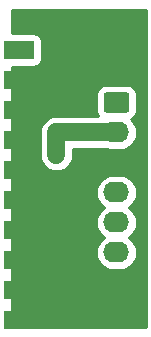
<source format=gbr>
%TF.GenerationSoftware,KiCad,Pcbnew,5.1.8-db9833491~87~ubuntu18.04.1*%
%TF.CreationDate,2020-11-28T12:04:11+00:00*%
%TF.ProjectId,JLink_6Pin_SWD_Adaptor,4a4c696e-6b5f-4365-9069-6e5f5357445f,rev?*%
%TF.SameCoordinates,Original*%
%TF.FileFunction,Copper,L2,Bot*%
%TF.FilePolarity,Positive*%
%FSLAX46Y46*%
G04 Gerber Fmt 4.6, Leading zero omitted, Abs format (unit mm)*
G04 Created by KiCad (PCBNEW 5.1.8-db9833491~87~ubuntu18.04.1) date 2020-11-28 12:04:11*
%MOMM*%
%LPD*%
G01*
G04 APERTURE LIST*
%TA.AperFunction,SMDPad,CuDef*%
%ADD10R,2.600000X1.524000*%
%TD*%
%TA.AperFunction,ComponentPad*%
%ADD11O,2.190000X1.740000*%
%TD*%
%TA.AperFunction,ViaPad*%
%ADD12C,0.800000*%
%TD*%
%TA.AperFunction,Conductor*%
%ADD13C,1.500000*%
%TD*%
%TA.AperFunction,Conductor*%
%ADD14C,0.254000*%
%TD*%
%TA.AperFunction,Conductor*%
%ADD15C,0.100000*%
%TD*%
G04 APERTURE END LIST*
D10*
%TO.P,J1,2*%
%TO.N,/NC*%
X140970000Y-68580000D03*
%TO.P,J1,4*%
%TO.N,GNDS*%
X140970000Y-71120000D03*
%TO.P,J1,6*%
X140970000Y-73660000D03*
%TO.P,J1,8*%
X140970000Y-76200000D03*
%TO.P,J1,10*%
X140970000Y-78740000D03*
%TO.P,J1,12*%
X140970000Y-81280000D03*
%TO.P,J1,14*%
X140970000Y-83820000D03*
%TO.P,J1,16*%
X140970000Y-86360000D03*
%TO.P,J1,18*%
X140970000Y-88900000D03*
%TO.P,J1,20*%
X140970000Y-91440000D03*
%TD*%
D11*
%TO.P,J2,6*%
%TO.N,/TDO*%
X149225000Y-85725000D03*
%TO.P,J2,5*%
%TO.N,/RESET*%
X149225000Y-83185000D03*
%TO.P,J2,4*%
%TO.N,/TMS*%
X149225000Y-80645000D03*
%TO.P,J2,3*%
%TO.N,GNDS*%
X149225000Y-78105000D03*
%TO.P,J2,2*%
%TO.N,/TCK*%
X149225000Y-75565000D03*
%TO.P,J2,1*%
%TO.N,/VTref*%
%TA.AperFunction,ComponentPad*%
G36*
G01*
X148379999Y-72155000D02*
X150070001Y-72155000D01*
G75*
G02*
X150320000Y-72404999I0J-249999D01*
G01*
X150320000Y-73645001D01*
G75*
G02*
X150070001Y-73895000I-249999J0D01*
G01*
X148379999Y-73895000D01*
G75*
G02*
X148130000Y-73645001I0J249999D01*
G01*
X148130000Y-72404999D01*
G75*
G02*
X148379999Y-72155000I249999J0D01*
G01*
G37*
%TD.AperFunction*%
%TD*%
D12*
%TO.N,/TCK*%
X144145012Y-77470000D03*
%TD*%
D13*
%TO.N,/TCK*%
X144145012Y-75565000D02*
X144145012Y-77470000D01*
X149225000Y-75565000D02*
X144145012Y-75565000D01*
%TD*%
D14*
%TO.N,GNDS*%
X151740001Y-92050000D02*
X140360000Y-92050000D01*
X140360000Y-80645000D01*
X147487718Y-80645000D01*
X147516776Y-80940032D01*
X147602834Y-81223725D01*
X147742583Y-81485179D01*
X147930655Y-81714345D01*
X148159821Y-81902417D01*
X148183362Y-81915000D01*
X148159821Y-81927583D01*
X147930655Y-82115655D01*
X147742583Y-82344821D01*
X147602834Y-82606275D01*
X147516776Y-82889968D01*
X147487718Y-83185000D01*
X147516776Y-83480032D01*
X147602834Y-83763725D01*
X147742583Y-84025179D01*
X147930655Y-84254345D01*
X148159821Y-84442417D01*
X148183362Y-84455000D01*
X148159821Y-84467583D01*
X147930655Y-84655655D01*
X147742583Y-84884821D01*
X147602834Y-85146275D01*
X147516776Y-85429968D01*
X147487718Y-85725000D01*
X147516776Y-86020032D01*
X147602834Y-86303725D01*
X147742583Y-86565179D01*
X147930655Y-86794345D01*
X148159821Y-86982417D01*
X148421275Y-87122166D01*
X148704968Y-87208224D01*
X148926064Y-87230000D01*
X149523936Y-87230000D01*
X149745032Y-87208224D01*
X150028725Y-87122166D01*
X150290179Y-86982417D01*
X150519345Y-86794345D01*
X150707417Y-86565179D01*
X150847166Y-86303725D01*
X150933224Y-86020032D01*
X150962282Y-85725000D01*
X150933224Y-85429968D01*
X150847166Y-85146275D01*
X150707417Y-84884821D01*
X150519345Y-84655655D01*
X150290179Y-84467583D01*
X150266638Y-84455000D01*
X150290179Y-84442417D01*
X150519345Y-84254345D01*
X150707417Y-84025179D01*
X150847166Y-83763725D01*
X150933224Y-83480032D01*
X150962282Y-83185000D01*
X150933224Y-82889968D01*
X150847166Y-82606275D01*
X150707417Y-82344821D01*
X150519345Y-82115655D01*
X150290179Y-81927583D01*
X150266638Y-81915000D01*
X150290179Y-81902417D01*
X150519345Y-81714345D01*
X150707417Y-81485179D01*
X150847166Y-81223725D01*
X150933224Y-80940032D01*
X150962282Y-80645000D01*
X150933224Y-80349968D01*
X150847166Y-80066275D01*
X150707417Y-79804821D01*
X150519345Y-79575655D01*
X150290179Y-79387583D01*
X150028725Y-79247834D01*
X149745032Y-79161776D01*
X149523936Y-79140000D01*
X148926064Y-79140000D01*
X148704968Y-79161776D01*
X148421275Y-79247834D01*
X148159821Y-79387583D01*
X147930655Y-79575655D01*
X147742583Y-79804821D01*
X147602834Y-80066275D01*
X147516776Y-80349968D01*
X147487718Y-80645000D01*
X140360000Y-80645000D01*
X140360000Y-75565000D01*
X142753311Y-75565000D01*
X142760012Y-75633037D01*
X142760013Y-77538037D01*
X142780053Y-77741507D01*
X142859249Y-78002581D01*
X142987856Y-78243188D01*
X143160932Y-78454081D01*
X143371825Y-78627157D01*
X143612432Y-78755764D01*
X143873506Y-78834960D01*
X144145012Y-78861701D01*
X144416519Y-78834960D01*
X144677593Y-78755764D01*
X144918200Y-78627157D01*
X145129093Y-78454081D01*
X145302169Y-78243188D01*
X145430776Y-78002581D01*
X145509972Y-77741507D01*
X145530012Y-77538037D01*
X145530012Y-76950000D01*
X148398514Y-76950000D01*
X148421275Y-76962166D01*
X148704968Y-77048224D01*
X148926064Y-77070000D01*
X149523936Y-77070000D01*
X149745032Y-77048224D01*
X150028725Y-76962166D01*
X150290179Y-76822417D01*
X150519345Y-76634345D01*
X150707417Y-76405179D01*
X150847166Y-76143725D01*
X150933224Y-75860032D01*
X150962282Y-75565000D01*
X150933224Y-75269968D01*
X150847166Y-74986275D01*
X150707417Y-74724821D01*
X150519345Y-74495655D01*
X150453886Y-74441934D01*
X150563387Y-74383405D01*
X150697962Y-74272962D01*
X150808405Y-74138387D01*
X150890472Y-73984851D01*
X150941008Y-73818255D01*
X150958072Y-73645001D01*
X150958072Y-72404999D01*
X150941008Y-72231745D01*
X150890472Y-72065149D01*
X150808405Y-71911613D01*
X150697962Y-71777038D01*
X150563387Y-71666595D01*
X150409851Y-71584528D01*
X150243255Y-71533992D01*
X150070001Y-71516928D01*
X148379999Y-71516928D01*
X148206745Y-71533992D01*
X148040149Y-71584528D01*
X147886613Y-71666595D01*
X147752038Y-71777038D01*
X147641595Y-71911613D01*
X147559528Y-72065149D01*
X147508992Y-72231745D01*
X147491928Y-72404999D01*
X147491928Y-73645001D01*
X147508992Y-73818255D01*
X147559528Y-73984851D01*
X147641595Y-74138387D01*
X147675746Y-74180000D01*
X144213048Y-74180000D01*
X144145012Y-74173299D01*
X144076975Y-74180000D01*
X143873505Y-74200040D01*
X143612431Y-74279236D01*
X143371824Y-74407843D01*
X143160931Y-74580919D01*
X142987855Y-74791812D01*
X142859248Y-75032419D01*
X142780052Y-75293493D01*
X142753311Y-75565000D01*
X140360000Y-75565000D01*
X140360000Y-69980072D01*
X142270000Y-69980072D01*
X142394482Y-69967812D01*
X142514180Y-69931502D01*
X142624494Y-69872537D01*
X142721185Y-69793185D01*
X142800537Y-69696494D01*
X142859502Y-69586180D01*
X142895812Y-69466482D01*
X142908072Y-69342000D01*
X142908072Y-67818000D01*
X142895812Y-67693518D01*
X142859502Y-67573820D01*
X142800537Y-67463506D01*
X142721185Y-67366815D01*
X142624494Y-67287463D01*
X142514180Y-67228498D01*
X142394482Y-67192188D01*
X142270000Y-67179928D01*
X140360000Y-67179928D01*
X140360000Y-65176000D01*
X151740000Y-65176000D01*
X151740001Y-92050000D01*
%TA.AperFunction,Conductor*%
D15*
G36*
X151740001Y-92050000D02*
G01*
X140360000Y-92050000D01*
X140360000Y-80645000D01*
X147487718Y-80645000D01*
X147516776Y-80940032D01*
X147602834Y-81223725D01*
X147742583Y-81485179D01*
X147930655Y-81714345D01*
X148159821Y-81902417D01*
X148183362Y-81915000D01*
X148159821Y-81927583D01*
X147930655Y-82115655D01*
X147742583Y-82344821D01*
X147602834Y-82606275D01*
X147516776Y-82889968D01*
X147487718Y-83185000D01*
X147516776Y-83480032D01*
X147602834Y-83763725D01*
X147742583Y-84025179D01*
X147930655Y-84254345D01*
X148159821Y-84442417D01*
X148183362Y-84455000D01*
X148159821Y-84467583D01*
X147930655Y-84655655D01*
X147742583Y-84884821D01*
X147602834Y-85146275D01*
X147516776Y-85429968D01*
X147487718Y-85725000D01*
X147516776Y-86020032D01*
X147602834Y-86303725D01*
X147742583Y-86565179D01*
X147930655Y-86794345D01*
X148159821Y-86982417D01*
X148421275Y-87122166D01*
X148704968Y-87208224D01*
X148926064Y-87230000D01*
X149523936Y-87230000D01*
X149745032Y-87208224D01*
X150028725Y-87122166D01*
X150290179Y-86982417D01*
X150519345Y-86794345D01*
X150707417Y-86565179D01*
X150847166Y-86303725D01*
X150933224Y-86020032D01*
X150962282Y-85725000D01*
X150933224Y-85429968D01*
X150847166Y-85146275D01*
X150707417Y-84884821D01*
X150519345Y-84655655D01*
X150290179Y-84467583D01*
X150266638Y-84455000D01*
X150290179Y-84442417D01*
X150519345Y-84254345D01*
X150707417Y-84025179D01*
X150847166Y-83763725D01*
X150933224Y-83480032D01*
X150962282Y-83185000D01*
X150933224Y-82889968D01*
X150847166Y-82606275D01*
X150707417Y-82344821D01*
X150519345Y-82115655D01*
X150290179Y-81927583D01*
X150266638Y-81915000D01*
X150290179Y-81902417D01*
X150519345Y-81714345D01*
X150707417Y-81485179D01*
X150847166Y-81223725D01*
X150933224Y-80940032D01*
X150962282Y-80645000D01*
X150933224Y-80349968D01*
X150847166Y-80066275D01*
X150707417Y-79804821D01*
X150519345Y-79575655D01*
X150290179Y-79387583D01*
X150028725Y-79247834D01*
X149745032Y-79161776D01*
X149523936Y-79140000D01*
X148926064Y-79140000D01*
X148704968Y-79161776D01*
X148421275Y-79247834D01*
X148159821Y-79387583D01*
X147930655Y-79575655D01*
X147742583Y-79804821D01*
X147602834Y-80066275D01*
X147516776Y-80349968D01*
X147487718Y-80645000D01*
X140360000Y-80645000D01*
X140360000Y-75565000D01*
X142753311Y-75565000D01*
X142760012Y-75633037D01*
X142760013Y-77538037D01*
X142780053Y-77741507D01*
X142859249Y-78002581D01*
X142987856Y-78243188D01*
X143160932Y-78454081D01*
X143371825Y-78627157D01*
X143612432Y-78755764D01*
X143873506Y-78834960D01*
X144145012Y-78861701D01*
X144416519Y-78834960D01*
X144677593Y-78755764D01*
X144918200Y-78627157D01*
X145129093Y-78454081D01*
X145302169Y-78243188D01*
X145430776Y-78002581D01*
X145509972Y-77741507D01*
X145530012Y-77538037D01*
X145530012Y-76950000D01*
X148398514Y-76950000D01*
X148421275Y-76962166D01*
X148704968Y-77048224D01*
X148926064Y-77070000D01*
X149523936Y-77070000D01*
X149745032Y-77048224D01*
X150028725Y-76962166D01*
X150290179Y-76822417D01*
X150519345Y-76634345D01*
X150707417Y-76405179D01*
X150847166Y-76143725D01*
X150933224Y-75860032D01*
X150962282Y-75565000D01*
X150933224Y-75269968D01*
X150847166Y-74986275D01*
X150707417Y-74724821D01*
X150519345Y-74495655D01*
X150453886Y-74441934D01*
X150563387Y-74383405D01*
X150697962Y-74272962D01*
X150808405Y-74138387D01*
X150890472Y-73984851D01*
X150941008Y-73818255D01*
X150958072Y-73645001D01*
X150958072Y-72404999D01*
X150941008Y-72231745D01*
X150890472Y-72065149D01*
X150808405Y-71911613D01*
X150697962Y-71777038D01*
X150563387Y-71666595D01*
X150409851Y-71584528D01*
X150243255Y-71533992D01*
X150070001Y-71516928D01*
X148379999Y-71516928D01*
X148206745Y-71533992D01*
X148040149Y-71584528D01*
X147886613Y-71666595D01*
X147752038Y-71777038D01*
X147641595Y-71911613D01*
X147559528Y-72065149D01*
X147508992Y-72231745D01*
X147491928Y-72404999D01*
X147491928Y-73645001D01*
X147508992Y-73818255D01*
X147559528Y-73984851D01*
X147641595Y-74138387D01*
X147675746Y-74180000D01*
X144213048Y-74180000D01*
X144145012Y-74173299D01*
X144076975Y-74180000D01*
X143873505Y-74200040D01*
X143612431Y-74279236D01*
X143371824Y-74407843D01*
X143160931Y-74580919D01*
X142987855Y-74791812D01*
X142859248Y-75032419D01*
X142780052Y-75293493D01*
X142753311Y-75565000D01*
X140360000Y-75565000D01*
X140360000Y-69980072D01*
X142270000Y-69980072D01*
X142394482Y-69967812D01*
X142514180Y-69931502D01*
X142624494Y-69872537D01*
X142721185Y-69793185D01*
X142800537Y-69696494D01*
X142859502Y-69586180D01*
X142895812Y-69466482D01*
X142908072Y-69342000D01*
X142908072Y-67818000D01*
X142895812Y-67693518D01*
X142859502Y-67573820D01*
X142800537Y-67463506D01*
X142721185Y-67366815D01*
X142624494Y-67287463D01*
X142514180Y-67228498D01*
X142394482Y-67192188D01*
X142270000Y-67179928D01*
X140360000Y-67179928D01*
X140360000Y-65176000D01*
X151740000Y-65176000D01*
X151740001Y-92050000D01*
G37*
%TD.AperFunction*%
%TD*%
M02*

</source>
